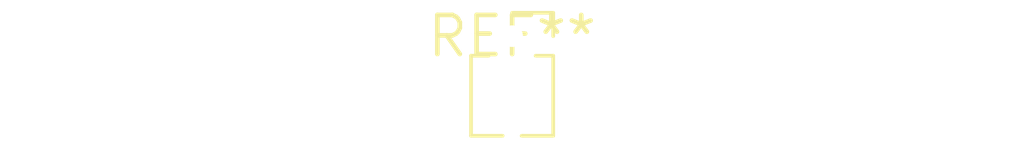
<source format=kicad_pcb>
(kicad_pcb (version 20240108) (generator pcbnew)
  (layers (0 "F.Cu" signal) (31 "B.Cu" signal) (34 "B.Paste" user) (35 "F.Paste" user) (36 "B.SilkS" user "B.Silkscreen") (37 "F.SilkS" user "F.Silkscreen") (38 "B.Mask" user) (39 "F.Mask" user) (44 "Edge.Cuts" user))
  (net 0 "")
  (footprint "PinSocket_1x03_P1.27mm_Vertical" (layer "F.Cu") (at 0 0)
    (property "Reference" "REF**")
    (property "Value" "PinSocket_1x03_P1.27mm_Vertical")
    (fp_line (start -1.33 0.635) (end -1.33 3.235) (layer "F.SilkS") (stroke (width 0.12)))
    (fp_line (start -1.33 0.635) (end -0.76 0.635) (layer "F.SilkS") (stroke (width 0.12)))
    (fp_line (start -1.33 3.235) (end -0.30753 3.235) (layer "F.SilkS") (stroke (width 0.12)))
    (fp_line (start 0 -0.76) (end 1.33 -0.76) (layer "F.SilkS") (stroke (width 0.12)))
    (fp_line (start 0.30753 3.235) (end 1.33 3.235) (layer "F.SilkS") (stroke (width 0.12)))
    (fp_line (start 0.76 0.635) (end 1.33 0.635) (layer "F.SilkS") (stroke (width 0.12)))
    (fp_line (start 1.33 -0.76) (end 1.33 0) (layer "F.SilkS") (stroke (width 0.12)))
    (fp_line (start 1.33 0.635) (end 1.33 3.235) (layer "F.SilkS") (stroke (width 0.12)))
    (pad "1" thru_hole rect (at 0 0) (size 1 1) (drill 0.7) (layers *.Cu *.Mask) (remove_unused_layers))
    (pad "2" thru_hole oval (at 0 1.27) (size 1 1) (drill 0.7) (layers *.Cu *.Mask) (remove_unused_layers))
    (pad "3" thru_hole oval (at 0 2.54) (size 1 1) (drill 0.7) (layers *.Cu *.Mask) (remove_unused_layers))
  )
)
</source>
